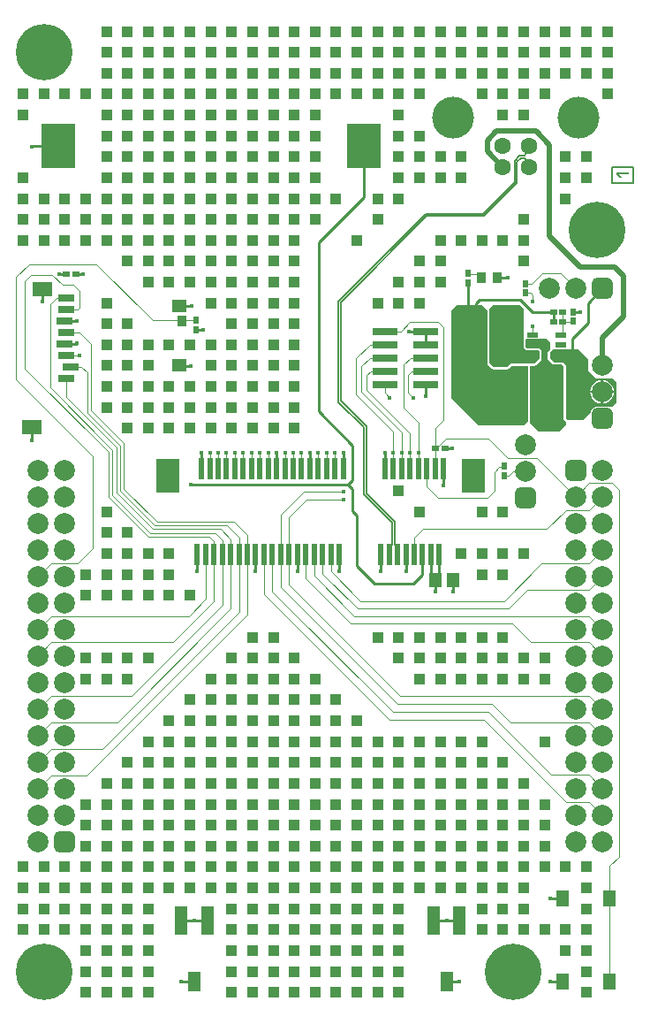
<source format=gtl>
G04*
G04 #@! TF.GenerationSoftware,Altium Limited,Altium Designer,19.0.15 (446)*
G04*
G04 Layer_Physical_Order=1*
G04 Layer_Color=255*
%FSLAX44Y44*%
%MOMM*%
G71*
G01*
G75*
%ADD10C,0.2500*%
%ADD11C,0.2000*%
%ADD13R,1.0500X0.5500*%
%ADD14R,2.5000X4.9000*%
%ADD15R,1.2000X1.4000*%
%ADD16R,0.6500X0.5500*%
%ADD17R,0.6600X0.6200*%
%ADD18R,0.5500X0.6500*%
G04:AMPARAMS|DCode=19|XSize=0.76mm|YSize=2.4mm|CornerRadius=0.19mm|HoleSize=0mm|Usage=FLASHONLY|Rotation=270.000|XOffset=0mm|YOffset=0mm|HoleType=Round|Shape=RoundedRectangle|*
%AMROUNDEDRECTD19*
21,1,0.7600,2.0200,0,0,270.0*
21,1,0.3800,2.4000,0,0,270.0*
1,1,0.3800,-1.0100,-0.1900*
1,1,0.3800,-1.0100,0.1900*
1,1,0.3800,1.0100,0.1900*
1,1,0.3800,1.0100,-0.1900*
%
%ADD19ROUNDEDRECTD19*%
%ADD20R,1.3000X1.5500*%
%ADD21R,0.9000X1.1000*%
%ADD48R,1.0000X1.0000*%
%ADD49R,1.0000X1.0000*%
%ADD50R,0.6000X2.0000*%
%ADD51R,0.9500X1.0000*%
%ADD52R,1.4000X1.3000*%
%ADD53R,1.9000X1.4000*%
%ADD54R,1.5000X0.8000*%
%ADD55R,3.2000X4.2000*%
%ADD56R,2.3000X3.2000*%
%ADD57R,1.2000X2.7000*%
%ADD58R,1.2000X1.9000*%
%ADD59C,0.1271*%
%ADD60C,0.1000*%
%ADD61C,0.5000*%
%ADD62C,5.4000*%
G04:AMPARAMS|DCode=63|XSize=2mm|YSize=2mm|CornerRadius=0.5mm|HoleSize=0mm|Usage=FLASHONLY|Rotation=90.000|XOffset=0mm|YOffset=0mm|HoleType=Round|Shape=RoundedRectangle|*
%AMROUNDEDRECTD63*
21,1,2.0000,1.0000,0,0,90.0*
21,1,1.0000,2.0000,0,0,90.0*
1,1,1.0000,0.5000,0.5000*
1,1,1.0000,0.5000,-0.5000*
1,1,1.0000,-0.5000,-0.5000*
1,1,1.0000,-0.5000,0.5000*
%
%ADD63ROUNDEDRECTD63*%
%ADD64C,2.0000*%
G04:AMPARAMS|DCode=65|XSize=2mm|YSize=2mm|CornerRadius=0.5mm|HoleSize=0mm|Usage=FLASHONLY|Rotation=180.000|XOffset=0mm|YOffset=0mm|HoleType=Round|Shape=RoundedRectangle|*
%AMROUNDEDRECTD65*
21,1,2.0000,1.0000,0,0,180.0*
21,1,1.0000,2.0000,0,0,180.0*
1,1,1.0000,-0.5000,0.5000*
1,1,1.0000,0.5000,0.5000*
1,1,1.0000,0.5000,-0.5000*
1,1,1.0000,-0.5000,-0.5000*
%
%ADD65ROUNDEDRECTD65*%
%ADD66C,4.0000*%
%ADD67C,1.6000*%
%ADD68C,0.4500*%
G36*
X500000Y674250D02*
Y637250D01*
X502500Y634750D01*
X514000Y634750D01*
X515192Y633558D01*
X515192Y626942D01*
X510250Y622000D01*
X487750Y622000D01*
X484250Y618500D01*
X471250D01*
X467000Y622750D01*
Y674100D01*
X470650Y677750D01*
X496500D01*
X500000Y674250D01*
D02*
G37*
G36*
X525000Y642500D02*
Y635384D01*
X523558Y633942D01*
X523116Y633280D01*
X522961Y632500D01*
Y627000D01*
X522961Y627000D01*
X523116Y626220D01*
X523558Y625558D01*
X523558Y625558D01*
X527558Y621558D01*
X528220Y621116D01*
X529000Y620961D01*
X536405D01*
X538211Y619155D01*
Y569500D01*
X538366Y568720D01*
X538808Y568058D01*
X538808Y568058D01*
X540250Y566616D01*
Y564000D01*
X533500Y557250D01*
X513850D01*
X505692Y565408D01*
X506134Y566070D01*
X506289Y566850D01*
X506289Y619961D01*
X507559Y619961D01*
X510250D01*
X510250Y619961D01*
X511030Y620116D01*
X511692Y620558D01*
X516634Y625500D01*
X517076Y626162D01*
X517231Y626942D01*
X517231Y633558D01*
X517076Y634338D01*
X516634Y635000D01*
X516634Y635000D01*
X515442Y636192D01*
X515442Y636192D01*
X514780Y636634D01*
X514000Y636789D01*
X503345Y636789D01*
X502039Y638095D01*
Y644827D01*
X502610Y645860D01*
X514890D01*
Y646000D01*
X521500D01*
X525000Y642500D01*
D02*
G37*
G36*
X561750Y625750D02*
Y615750D01*
X569500Y608000D01*
X584750D01*
X588750Y604000D01*
Y585000D01*
X584500Y580750D01*
X569750D01*
X569507Y580507D01*
X567702Y580148D01*
X565754Y578847D01*
X564452Y576898D01*
X564093Y575093D01*
X556750Y567750D01*
X542000D01*
X540250Y569500D01*
Y620000D01*
X537250Y623000D01*
X529000D01*
X525000Y627000D01*
Y632500D01*
X527750Y635250D01*
X552250D01*
X561750Y625750D01*
D02*
G37*
G36*
X464250Y674000D02*
X464961Y673289D01*
Y622750D01*
X465116Y621970D01*
X465558Y621308D01*
X465558Y621308D01*
X469808Y617058D01*
X470470Y616616D01*
X471250Y616461D01*
X484250D01*
X484250Y616461D01*
X485030Y616616D01*
X485692Y617058D01*
X485692Y617058D01*
X488595Y619961D01*
X504250Y619961D01*
X504250Y566850D01*
X500650Y563250D01*
X456500D01*
X430250Y589500D01*
Y672250D01*
X435750Y677750D01*
X460500D01*
X464250Y674000D01*
D02*
G37*
G36*
X601144Y802999D02*
X591103D01*
X593724Y799962D01*
X591380D01*
X588856Y802971D01*
Y805038D01*
X601144D01*
Y802999D01*
D02*
G37*
%LPC*%
G36*
X576250Y606203D02*
Y596250D01*
X586203D01*
X585980Y597942D01*
X584844Y600684D01*
X583038Y603038D01*
X580684Y604844D01*
X577942Y605980D01*
X576250Y606203D01*
D02*
G37*
G36*
X573750D02*
X572058Y605980D01*
X569316Y604844D01*
X566962Y603038D01*
X565156Y600684D01*
X564020Y597942D01*
X563797Y596250D01*
X573750D01*
Y606203D01*
D02*
G37*
G36*
X586203Y593750D02*
X576250D01*
Y583797D01*
X577942Y584020D01*
X580684Y585156D01*
X583038Y586962D01*
X584844Y589316D01*
X585980Y592058D01*
X586203Y593750D01*
D02*
G37*
G36*
X573750D02*
X563797D01*
X564020Y592058D01*
X565156Y589316D01*
X566962Y586962D01*
X569316Y585156D01*
X572058Y584020D01*
X573750Y583797D01*
Y593750D01*
D02*
G37*
%LPD*%
D10*
X303250Y738000D02*
X346500Y781250D01*
X303250Y576250D02*
Y738000D01*
Y576250D02*
X336000Y543500D01*
X406000Y640100D02*
Y652800D01*
X389750Y652750D02*
X389800Y652800D01*
X406000D01*
Y591000D02*
Y602000D01*
X415500Y404000D02*
Y415000D01*
X432500Y404000D02*
Y415000D01*
X525000Y109750D02*
X537500D01*
X525000Y30250D02*
X537500D01*
X426000Y30000D02*
X438500D01*
X171500D02*
X184000D01*
X171500Y89000D02*
X184000D01*
X196500D01*
X426000D02*
X438500D01*
X413500D02*
X426000D01*
X28250Y829750D02*
X28500Y830000D01*
X53500D01*
X28500Y548500D02*
Y561500D01*
X54600Y708000D02*
X61600D01*
X70400D02*
X77400D01*
X38500Y681000D02*
Y693000D01*
X71350Y641100D02*
X71500Y641250D01*
X59400Y641100D02*
X71350D01*
X71500Y663100D02*
X71500Y663100D01*
X59400Y663100D02*
X71500D01*
X170250Y619750D02*
X181000D01*
X170000Y620000D02*
X170250Y619750D01*
X170000Y677000D02*
X181750D01*
X186000Y654500D02*
X193000D01*
X424500Y541000D02*
X431500D01*
X554000Y671500D02*
X554000Y671500D01*
X547000Y671500D02*
X554000D01*
X484500Y704000D02*
X484500Y704000D01*
X474500Y704000D02*
X484500D01*
X496558Y683250D02*
X508808Y671000D01*
X457500Y683250D02*
X496558D01*
X508808Y671000D02*
X528600D01*
X561500Y680100D02*
X575400Y694000D01*
X561500Y661000D02*
Y680100D01*
X546250Y645750D02*
X561500Y661000D01*
X546250Y631250D02*
Y645750D01*
X528500Y662000D02*
X528550Y662050D01*
Y670950D01*
X528600Y671000D01*
X454000Y679750D02*
X457500Y683250D01*
X454000Y654000D02*
Y679750D01*
X449000Y649000D02*
X454000Y654000D01*
X447000Y651000D02*
X449000Y649000D01*
X447000Y651000D02*
Y699500D01*
X336000Y510500D02*
Y543500D01*
X331750Y506250D02*
X336000Y510500D01*
X346500Y781250D02*
Y830000D01*
X181000Y506250D02*
X331750D01*
X336000Y502000D01*
Y480750D02*
Y502000D01*
Y480750D02*
X340000Y476750D01*
Y428000D02*
Y476750D01*
Y428000D02*
X357000Y411000D01*
X394250D01*
X403000Y419750D01*
Y439000D01*
X411000Y419500D02*
Y439000D01*
Y419500D02*
X415500Y415000D01*
X419000Y418500D02*
Y439000D01*
X415500Y415000D02*
X419000Y418500D01*
X423000Y505500D02*
Y521000D01*
X367000D02*
Y536500D01*
X387000Y423500D02*
Y439000D01*
X363000Y423500D02*
Y439000D01*
X187000Y423500D02*
Y439000D01*
X323000Y423500D02*
Y439000D01*
X283000Y423500D02*
Y439000D01*
X243000Y423500D02*
Y439000D01*
X191000Y521000D02*
Y536500D01*
X327000Y521000D02*
Y536500D01*
X295000Y521000D02*
Y536500D01*
X263000Y536500D02*
X263000Y536500D01*
Y521000D02*
Y536500D01*
D11*
X585000Y810000D02*
X605000D01*
Y795000D02*
Y810000D01*
X585000Y795000D02*
X605000D01*
X585000D02*
Y810000D01*
D13*
X508750Y649500D02*
D03*
Y640000D02*
D03*
Y630500D02*
D03*
X535250D02*
D03*
Y640000D02*
D03*
Y649500D02*
D03*
D14*
X449000Y649000D02*
D03*
X485000D02*
D03*
D15*
X496500Y577000D02*
D03*
X513500D02*
D03*
X496500Y595000D02*
D03*
X513500D02*
D03*
X496500Y613000D02*
D03*
X513500D02*
D03*
X547500Y577000D02*
D03*
X530500D02*
D03*
X547500Y595000D02*
D03*
X530500D02*
D03*
X547500Y613000D02*
D03*
X530500D02*
D03*
X415500Y415000D02*
D03*
X432500D02*
D03*
D16*
X537500Y662000D02*
D03*
X528500D02*
D03*
X415500Y541000D02*
D03*
X424500D02*
D03*
D17*
X537400Y671000D02*
D03*
X528600D02*
D03*
X70400Y708000D02*
D03*
X61600D02*
D03*
D18*
X547000Y671500D02*
D03*
Y662500D02*
D03*
X502000Y698500D02*
D03*
Y689500D02*
D03*
X186000Y663500D02*
D03*
Y654500D02*
D03*
X447000Y708500D02*
D03*
Y699500D02*
D03*
X481000Y514500D02*
D03*
Y523500D02*
D03*
D19*
X406000Y602000D02*
D03*
X367000D02*
D03*
X406000Y614700D02*
D03*
X367000D02*
D03*
X406000Y627400D02*
D03*
X367000D02*
D03*
X406000Y640100D02*
D03*
X367000D02*
D03*
X406000Y652800D02*
D03*
X367000D02*
D03*
D20*
X537500Y30250D02*
D03*
Y109750D02*
D03*
X582500D02*
D03*
Y30250D02*
D03*
D21*
X459500Y704000D02*
D03*
X474500D02*
D03*
D48*
X80000Y760000D02*
D03*
X60000D02*
D03*
Y740000D02*
D03*
X80000D02*
D03*
X20000Y740000D02*
D03*
X40000D02*
D03*
X20000Y760000D02*
D03*
X40000D02*
D03*
X420000Y700000D02*
D03*
X400000Y680000D02*
D03*
X360000D02*
D03*
X380000D02*
D03*
X380000Y700000D02*
D03*
X400000Y700000D02*
D03*
Y720000D02*
D03*
X500000D02*
D03*
X420000D02*
D03*
Y740000D02*
D03*
X440000D02*
D03*
X460000D02*
D03*
X480000D02*
D03*
X500000D02*
D03*
Y760000D02*
D03*
X400000Y840000D02*
D03*
X580000Y880000D02*
D03*
X560000Y800000D02*
D03*
X540000Y780000D02*
D03*
Y800000D02*
D03*
Y820000D02*
D03*
X560000D02*
D03*
X520000Y880000D02*
D03*
X460000D02*
D03*
X480000D02*
D03*
Y860000D02*
D03*
X500000Y880000D02*
D03*
Y860000D02*
D03*
X420000Y820000D02*
D03*
Y800000D02*
D03*
X440000D02*
D03*
Y820000D02*
D03*
X400000D02*
D03*
Y800000D02*
D03*
X340000Y740000D02*
D03*
X360000Y760000D02*
D03*
Y780000D02*
D03*
X380000D02*
D03*
Y800000D02*
D03*
X300000Y760000D02*
D03*
X320000Y780000D02*
D03*
X300000D02*
D03*
Y800000D02*
D03*
Y820000D02*
D03*
X380000D02*
D03*
Y840000D02*
D03*
Y860000D02*
D03*
X300000Y840000D02*
D03*
Y860000D02*
D03*
X320000Y880000D02*
D03*
X300000D02*
D03*
X400000D02*
D03*
X340000D02*
D03*
X360000D02*
D03*
X380000D02*
D03*
X500000Y900000D02*
D03*
X520000D02*
D03*
X500000Y920000D02*
D03*
X520000D02*
D03*
X580000Y900000D02*
D03*
X560000D02*
D03*
X540000D02*
D03*
Y920000D02*
D03*
X560000D02*
D03*
X580000D02*
D03*
X540000Y940000D02*
D03*
X560000D02*
D03*
X580000D02*
D03*
X520000Y940000D02*
D03*
X500000D02*
D03*
X300000Y900000D02*
D03*
X320000D02*
D03*
X300000Y920000D02*
D03*
X320000D02*
D03*
X400000Y900000D02*
D03*
X380000D02*
D03*
X360000D02*
D03*
X340000D02*
D03*
Y920000D02*
D03*
X360000D02*
D03*
X380000D02*
D03*
X400000D02*
D03*
X480000Y900000D02*
D03*
X460000D02*
D03*
X440000D02*
D03*
X420000D02*
D03*
Y920000D02*
D03*
X440000D02*
D03*
X460000D02*
D03*
X480000D02*
D03*
X420000Y940000D02*
D03*
X440000D02*
D03*
X460000D02*
D03*
X480000D02*
D03*
X340000D02*
D03*
X360000D02*
D03*
X380000D02*
D03*
X400000D02*
D03*
X320000Y940000D02*
D03*
X300000D02*
D03*
X20000Y860000D02*
D03*
Y880000D02*
D03*
X40000D02*
D03*
X60000D02*
D03*
X80000D02*
D03*
X100000Y940000D02*
D03*
X120000D02*
D03*
X200000Y940000D02*
D03*
X180000D02*
D03*
X160000D02*
D03*
X140000D02*
D03*
X280000D02*
D03*
X260000D02*
D03*
X240000D02*
D03*
X220000D02*
D03*
X280000Y920000D02*
D03*
X260000D02*
D03*
X240000D02*
D03*
X220000D02*
D03*
Y900000D02*
D03*
X240000D02*
D03*
X260000D02*
D03*
Y880000D02*
D03*
X240000D02*
D03*
X220000D02*
D03*
Y860000D02*
D03*
X240000D02*
D03*
X260000D02*
D03*
X280000Y900000D02*
D03*
Y880000D02*
D03*
Y860000D02*
D03*
X200000Y920000D02*
D03*
X180000D02*
D03*
X160000D02*
D03*
X140000D02*
D03*
Y900000D02*
D03*
X160000D02*
D03*
X180000D02*
D03*
Y880000D02*
D03*
X160000D02*
D03*
X140000D02*
D03*
Y860000D02*
D03*
X160000D02*
D03*
X180000D02*
D03*
X200000Y900000D02*
D03*
Y880000D02*
D03*
Y860000D02*
D03*
X100000Y860000D02*
D03*
X120000D02*
D03*
X100000Y880000D02*
D03*
X120000D02*
D03*
Y920000D02*
D03*
X100000D02*
D03*
X120000Y900000D02*
D03*
X100000D02*
D03*
Y820000D02*
D03*
X120000D02*
D03*
X100000Y840000D02*
D03*
X120000D02*
D03*
Y800000D02*
D03*
X100000D02*
D03*
X20000D02*
D03*
X120000Y780000D02*
D03*
X100000D02*
D03*
X80000D02*
D03*
X60000D02*
D03*
X40000D02*
D03*
X20000D02*
D03*
X120000Y760000D02*
D03*
X100000D02*
D03*
Y740000D02*
D03*
X120000D02*
D03*
Y720000D02*
D03*
X200000Y680000D02*
D03*
Y740000D02*
D03*
X180000D02*
D03*
X160000D02*
D03*
X140000D02*
D03*
Y720000D02*
D03*
X160000D02*
D03*
X180000D02*
D03*
Y700000D02*
D03*
X160000D02*
D03*
X140000D02*
D03*
X200000Y720000D02*
D03*
Y700000D02*
D03*
X140000Y760000D02*
D03*
X160000D02*
D03*
X180000D02*
D03*
X200000D02*
D03*
Y780000D02*
D03*
Y800000D02*
D03*
Y820000D02*
D03*
X180000Y780000D02*
D03*
X160000D02*
D03*
X140000D02*
D03*
Y800000D02*
D03*
X160000D02*
D03*
X180000D02*
D03*
Y820000D02*
D03*
X160000D02*
D03*
X140000D02*
D03*
Y840000D02*
D03*
X160000D02*
D03*
X180000D02*
D03*
X200000D02*
D03*
X220000Y760000D02*
D03*
X240000D02*
D03*
X260000D02*
D03*
X280000D02*
D03*
Y780000D02*
D03*
Y800000D02*
D03*
Y820000D02*
D03*
X260000Y780000D02*
D03*
X240000D02*
D03*
X220000D02*
D03*
Y800000D02*
D03*
X240000D02*
D03*
X260000D02*
D03*
Y820000D02*
D03*
X240000D02*
D03*
X220000D02*
D03*
Y840000D02*
D03*
X240000D02*
D03*
X260000D02*
D03*
X280000D02*
D03*
X220000Y660000D02*
D03*
X240000D02*
D03*
X260000D02*
D03*
X280000D02*
D03*
Y680000D02*
D03*
Y700000D02*
D03*
Y720000D02*
D03*
X260000Y680000D02*
D03*
X240000D02*
D03*
X220000D02*
D03*
Y700000D02*
D03*
X240000D02*
D03*
X260000D02*
D03*
Y720000D02*
D03*
X240000D02*
D03*
X220000D02*
D03*
Y740000D02*
D03*
X240000D02*
D03*
X260000D02*
D03*
X280000D02*
D03*
Y640000D02*
D03*
X260000D02*
D03*
X240000D02*
D03*
X220000D02*
D03*
X200000D02*
D03*
X180000D02*
D03*
X160000D02*
D03*
X100000Y680000D02*
D03*
Y660000D02*
D03*
X120000D02*
D03*
X140000Y640000D02*
D03*
X120000D02*
D03*
X100000D02*
D03*
Y620000D02*
D03*
X120000D02*
D03*
X140000D02*
D03*
X200000D02*
D03*
X220000D02*
D03*
X240000D02*
D03*
X260000D02*
D03*
Y600000D02*
D03*
X240000D02*
D03*
X220000D02*
D03*
X200000D02*
D03*
X180000D02*
D03*
X160000D02*
D03*
X140000D02*
D03*
X120000D02*
D03*
X100000D02*
D03*
Y580000D02*
D03*
X120000D02*
D03*
X140000D02*
D03*
X160000D02*
D03*
X180000D02*
D03*
X200000D02*
D03*
X220000D02*
D03*
X240000D02*
D03*
X260000D02*
D03*
X280000Y620000D02*
D03*
Y600000D02*
D03*
Y580000D02*
D03*
Y560000D02*
D03*
X260000D02*
D03*
X240000D02*
D03*
X220000D02*
D03*
X200000D02*
D03*
X180000D02*
D03*
X160000D02*
D03*
X120000D02*
D03*
X140000D02*
D03*
X100000Y480000D02*
D03*
X120000Y460000D02*
D03*
X100000D02*
D03*
X160000Y440000D02*
D03*
X140000D02*
D03*
X120000D02*
D03*
X100000D02*
D03*
X80000Y420000D02*
D03*
X100000D02*
D03*
X120000D02*
D03*
X140000D02*
D03*
X160000D02*
D03*
X180000Y400000D02*
D03*
X160000D02*
D03*
X140000D02*
D03*
X120000D02*
D03*
X100000D02*
D03*
X80000D02*
D03*
X120000Y340000D02*
D03*
X80000Y320000D02*
D03*
Y340000D02*
D03*
X100000D02*
D03*
Y320000D02*
D03*
X120000D02*
D03*
X140000Y340000D02*
D03*
X380000Y500000D02*
D03*
X400000Y480000D02*
D03*
X480000D02*
D03*
X460000D02*
D03*
X440000Y440000D02*
D03*
X500000D02*
D03*
X460000D02*
D03*
X480000D02*
D03*
X520000Y340000D02*
D03*
X480000D02*
D03*
X460000D02*
D03*
X500000D02*
D03*
X440000D02*
D03*
X400000D02*
D03*
X420000D02*
D03*
X380000D02*
D03*
X80000Y180000D02*
D03*
Y160000D02*
D03*
Y200000D02*
D03*
X20000Y140000D02*
D03*
X60000D02*
D03*
X40000D02*
D03*
X80000D02*
D03*
X40000Y100000D02*
D03*
X60000D02*
D03*
X40000Y80000D02*
D03*
X60000D02*
D03*
X20000Y100000D02*
D03*
Y80000D02*
D03*
Y120000D02*
D03*
X60000D02*
D03*
X40000D02*
D03*
X80000D02*
D03*
X140000Y100000D02*
D03*
Y80000D02*
D03*
X100000Y100000D02*
D03*
X120000D02*
D03*
X100000Y80000D02*
D03*
X120000D02*
D03*
X80000Y100000D02*
D03*
Y80000D02*
D03*
X140000Y60000D02*
D03*
Y40000D02*
D03*
X100000Y60000D02*
D03*
X120000D02*
D03*
X100000Y40000D02*
D03*
X120000D02*
D03*
X80000Y60000D02*
D03*
Y40000D02*
D03*
Y20000D02*
D03*
X120000D02*
D03*
X100000D02*
D03*
X140000D02*
D03*
X280000D02*
D03*
X300000D02*
D03*
X240000D02*
D03*
X260000D02*
D03*
X220000D02*
D03*
X320000Y20000D02*
D03*
X360000D02*
D03*
X340000D02*
D03*
X380000D02*
D03*
Y60000D02*
D03*
Y40000D02*
D03*
X340000Y60000D02*
D03*
X360000D02*
D03*
X340000Y40000D02*
D03*
X360000D02*
D03*
X320000Y60000D02*
D03*
Y40000D02*
D03*
Y80000D02*
D03*
Y100000D02*
D03*
X360000Y80000D02*
D03*
X340000D02*
D03*
X360000Y100000D02*
D03*
X340000D02*
D03*
X380000Y80000D02*
D03*
Y100000D02*
D03*
X220000Y40000D02*
D03*
Y60000D02*
D03*
X260000Y40000D02*
D03*
X240000D02*
D03*
X260000Y60000D02*
D03*
X240000D02*
D03*
X300000Y40000D02*
D03*
X280000D02*
D03*
X300000Y60000D02*
D03*
X280000D02*
D03*
X220000Y80000D02*
D03*
Y100000D02*
D03*
X260000Y80000D02*
D03*
X240000D02*
D03*
X260000Y100000D02*
D03*
X240000D02*
D03*
X300000Y80000D02*
D03*
X280000D02*
D03*
X300000Y100000D02*
D03*
X280000D02*
D03*
X100000Y200000D02*
D03*
Y220000D02*
D03*
X140000Y200000D02*
D03*
X120000D02*
D03*
X140000Y220000D02*
D03*
X120000D02*
D03*
X180000Y200000D02*
D03*
X160000D02*
D03*
X180000Y220000D02*
D03*
X160000D02*
D03*
X100000Y160000D02*
D03*
Y180000D02*
D03*
X140000Y160000D02*
D03*
X120000D02*
D03*
X140000Y180000D02*
D03*
X120000D02*
D03*
X180000Y160000D02*
D03*
X160000D02*
D03*
X180000Y180000D02*
D03*
X160000D02*
D03*
X100000Y120000D02*
D03*
Y140000D02*
D03*
X140000Y120000D02*
D03*
X120000D02*
D03*
X140000Y140000D02*
D03*
X120000D02*
D03*
X180000Y120000D02*
D03*
X160000D02*
D03*
X180000Y140000D02*
D03*
X160000D02*
D03*
X360000Y220000D02*
D03*
Y240000D02*
D03*
X400000Y220000D02*
D03*
X380000D02*
D03*
X400000Y240000D02*
D03*
X380000D02*
D03*
X440000Y220000D02*
D03*
X420000D02*
D03*
X440000Y240000D02*
D03*
X420000D02*
D03*
D49*
X480000Y420000D02*
D03*
X460000D02*
D03*
X520000Y260000D02*
D03*
Y320000D02*
D03*
X480000Y360000D02*
D03*
X460000D02*
D03*
X460000Y320000D02*
D03*
X480000D02*
D03*
X500000D02*
D03*
X440000D02*
D03*
X420000D02*
D03*
X400000D02*
D03*
X360000Y360000D02*
D03*
X380000D02*
D03*
X400000D02*
D03*
X420000D02*
D03*
X440000D02*
D03*
X560000Y20000D02*
D03*
Y40000D02*
D03*
Y60000D02*
D03*
X540000D02*
D03*
X460000Y80000D02*
D03*
Y100000D02*
D03*
X480000D02*
D03*
Y80000D02*
D03*
X500000D02*
D03*
Y100000D02*
D03*
X520000Y80000D02*
D03*
X540000D02*
D03*
X560000D02*
D03*
Y100000D02*
D03*
Y120000D02*
D03*
Y140000D02*
D03*
X540000D02*
D03*
X520000D02*
D03*
Y160000D02*
D03*
Y180000D02*
D03*
Y200000D02*
D03*
X500000Y220000D02*
D03*
X480000D02*
D03*
X460000D02*
D03*
Y240000D02*
D03*
X480000D02*
D03*
X460000Y260000D02*
D03*
X440000D02*
D03*
X420000D02*
D03*
X400000D02*
D03*
X380000D02*
D03*
X360000D02*
D03*
X300000Y320000D02*
D03*
X280000D02*
D03*
X220000D02*
D03*
X200000D02*
D03*
X180000Y300000D02*
D03*
Y280000D02*
D03*
Y240000D02*
D03*
Y260000D02*
D03*
X160000D02*
D03*
Y240000D02*
D03*
X140000D02*
D03*
X160000Y280000D02*
D03*
X140000Y260000D02*
D03*
X120000Y240000D02*
D03*
X480000Y200000D02*
D03*
X500000D02*
D03*
X480000Y160000D02*
D03*
Y180000D02*
D03*
X500000Y160000D02*
D03*
Y180000D02*
D03*
X480000Y120000D02*
D03*
Y140000D02*
D03*
X500000Y120000D02*
D03*
Y140000D02*
D03*
X440000Y200000D02*
D03*
X460000D02*
D03*
X440000Y160000D02*
D03*
Y180000D02*
D03*
X460000Y160000D02*
D03*
Y180000D02*
D03*
X440000Y120000D02*
D03*
Y140000D02*
D03*
X460000Y120000D02*
D03*
Y140000D02*
D03*
X400000Y200000D02*
D03*
X420000D02*
D03*
X400000Y160000D02*
D03*
Y180000D02*
D03*
X420000Y160000D02*
D03*
Y180000D02*
D03*
X400000Y120000D02*
D03*
Y140000D02*
D03*
X420000Y120000D02*
D03*
Y140000D02*
D03*
X360000Y200000D02*
D03*
X380000D02*
D03*
X360000Y160000D02*
D03*
Y180000D02*
D03*
X380000Y160000D02*
D03*
Y180000D02*
D03*
X360000Y120000D02*
D03*
Y140000D02*
D03*
X380000Y120000D02*
D03*
Y140000D02*
D03*
X320000Y200000D02*
D03*
X340000D02*
D03*
X320000Y160000D02*
D03*
Y180000D02*
D03*
X340000Y160000D02*
D03*
Y180000D02*
D03*
X320000Y120000D02*
D03*
Y140000D02*
D03*
X340000Y120000D02*
D03*
Y140000D02*
D03*
X280000Y200000D02*
D03*
X300000D02*
D03*
X280000Y160000D02*
D03*
Y180000D02*
D03*
X300000Y160000D02*
D03*
Y180000D02*
D03*
X280000Y120000D02*
D03*
Y140000D02*
D03*
X300000Y120000D02*
D03*
Y140000D02*
D03*
X240000Y200000D02*
D03*
X260000D02*
D03*
X240000Y160000D02*
D03*
Y180000D02*
D03*
X260000Y160000D02*
D03*
Y180000D02*
D03*
X240000Y120000D02*
D03*
Y140000D02*
D03*
X260000Y120000D02*
D03*
Y140000D02*
D03*
X200000Y200000D02*
D03*
X220000D02*
D03*
X200000Y160000D02*
D03*
Y180000D02*
D03*
X220000Y160000D02*
D03*
Y180000D02*
D03*
X200000Y120000D02*
D03*
Y140000D02*
D03*
X220000Y120000D02*
D03*
Y140000D02*
D03*
X200000Y300000D02*
D03*
X220000D02*
D03*
X200000Y260000D02*
D03*
Y280000D02*
D03*
X220000Y260000D02*
D03*
Y280000D02*
D03*
X200000Y220000D02*
D03*
Y240000D02*
D03*
X220000Y220000D02*
D03*
Y240000D02*
D03*
X320000Y300000D02*
D03*
Y260000D02*
D03*
Y280000D02*
D03*
X340000Y260000D02*
D03*
Y280000D02*
D03*
X320000Y220000D02*
D03*
Y240000D02*
D03*
X340000Y220000D02*
D03*
Y240000D02*
D03*
X280000Y300000D02*
D03*
X300000D02*
D03*
X280000Y260000D02*
D03*
Y280000D02*
D03*
X300000Y260000D02*
D03*
Y280000D02*
D03*
X280000Y220000D02*
D03*
Y240000D02*
D03*
X300000Y220000D02*
D03*
Y240000D02*
D03*
X260000D02*
D03*
Y220000D02*
D03*
X240000Y240000D02*
D03*
Y220000D02*
D03*
X260000Y280000D02*
D03*
Y260000D02*
D03*
X240000Y280000D02*
D03*
Y260000D02*
D03*
X260000Y320000D02*
D03*
Y300000D02*
D03*
X240000Y320000D02*
D03*
Y300000D02*
D03*
X220000Y340000D02*
D03*
X240000D02*
D03*
Y360000D02*
D03*
X260000Y340000D02*
D03*
X280000D02*
D03*
X260000Y360000D02*
D03*
D50*
X371000Y439000D02*
D03*
X379000D02*
D03*
X423000Y521000D02*
D03*
X419000Y439000D02*
D03*
X415000Y521000D02*
D03*
X411000Y439000D02*
D03*
X407000Y521000D02*
D03*
X403000Y439000D02*
D03*
X399000Y521000D02*
D03*
X395000Y439000D02*
D03*
X391000Y521000D02*
D03*
X387000Y439000D02*
D03*
X383000Y521000D02*
D03*
X375000D02*
D03*
X367000D02*
D03*
X363000Y439000D02*
D03*
X327000Y521000D02*
D03*
X323000Y439000D02*
D03*
X319000Y521000D02*
D03*
X315000Y439000D02*
D03*
X311000Y521000D02*
D03*
X307000Y439000D02*
D03*
X303000Y521000D02*
D03*
X299000Y439000D02*
D03*
X295000Y521000D02*
D03*
X291000Y439000D02*
D03*
X287000Y521000D02*
D03*
X283000Y439000D02*
D03*
X279000Y521000D02*
D03*
X275000Y439000D02*
D03*
X271000Y521000D02*
D03*
X267000Y439000D02*
D03*
X263000Y521000D02*
D03*
X259000Y439000D02*
D03*
X255000Y521000D02*
D03*
X251000Y439000D02*
D03*
X247000Y521000D02*
D03*
X243000Y439000D02*
D03*
X239000Y521000D02*
D03*
X235000Y439000D02*
D03*
X231000Y521000D02*
D03*
X227000Y439000D02*
D03*
X223000Y521000D02*
D03*
X219000Y439000D02*
D03*
X215000Y521000D02*
D03*
X211000Y439000D02*
D03*
X207000Y521000D02*
D03*
X203000Y439000D02*
D03*
X199000Y521000D02*
D03*
X195000Y439000D02*
D03*
X191000Y521000D02*
D03*
X187000Y439000D02*
D03*
D51*
X172250Y663100D02*
D03*
D52*
X170000Y620000D02*
D03*
Y677000D02*
D03*
D53*
X28500Y561500D02*
D03*
X38500Y693000D02*
D03*
D54*
X61400Y685100D02*
D03*
Y674100D02*
D03*
X59400Y663100D02*
D03*
X61400Y652100D02*
D03*
X59400Y641100D02*
D03*
X61400Y630100D02*
D03*
X65400Y619100D02*
D03*
X61400Y608100D02*
D03*
D55*
X53500Y830000D02*
D03*
X346500D02*
D03*
D56*
X451500Y515000D02*
D03*
X158500D02*
D03*
D57*
X438500Y89000D02*
D03*
X413500D02*
D03*
X196500D02*
D03*
X171500D02*
D03*
D58*
X426000Y30000D02*
D03*
X184000D02*
D03*
D59*
X502082Y815089D02*
X507171Y810000D01*
X502082Y815089D02*
Y817591D01*
X500808Y818865D02*
X502082Y817591D01*
X497115Y818865D02*
X500808D01*
X493521Y815271D02*
X497115Y818865D01*
X493521Y794809D02*
Y815271D01*
X461940Y763229D02*
X493521Y794809D01*
X502082Y827182D02*
X504900Y830000D01*
X502082Y822409D02*
Y827182D01*
X500808Y821135D02*
X502082Y822409D01*
X496174Y821135D02*
X500808D01*
X491250Y816211D02*
X496174Y821135D01*
X491250Y795750D02*
Y816211D01*
X461000Y765500D02*
X491250Y795750D01*
X407229Y763229D02*
X461940D01*
X406289Y765500D02*
X461000D01*
X324500Y680500D02*
X407229Y763229D01*
X322229Y681441D02*
X406289Y765500D01*
X324500Y586211D02*
Y680500D01*
X322229Y585271D02*
Y681441D01*
X324500Y586211D02*
X349000Y561711D01*
X322229Y585271D02*
X346729Y560771D01*
Y496521D02*
Y560771D01*
X349000Y497461D02*
Y561711D01*
Y497461D02*
X376135Y470326D01*
X346729Y496521D02*
X373865Y469385D01*
Y448865D02*
Y469385D01*
X376135Y448865D02*
Y470326D01*
Y448865D02*
X379000Y446000D01*
Y439000D02*
Y446000D01*
X371000D02*
X373865Y448865D01*
X371000Y439000D02*
Y446000D01*
D60*
X484500Y531750D02*
X512850D01*
X466000Y550250D02*
X484500Y531750D01*
X425250Y550250D02*
X466000D01*
X512850Y531750D02*
X550000Y494600D01*
X416000Y541000D02*
X425250Y550250D01*
X415500Y541000D02*
X416000D01*
X550000Y494600D02*
X562900Y507500D01*
X585000D01*
X591250Y501250D01*
Y149750D02*
Y501250D01*
X582500Y141000D02*
X591250Y149750D01*
X582500Y109750D02*
Y141000D01*
X144000Y663500D02*
X186000D01*
X90250Y717250D02*
X144000Y663500D01*
X25750Y717250D02*
X90250D01*
X13250Y704750D02*
X25750Y717250D01*
X13250Y606500D02*
Y704750D01*
Y606500D02*
X86500Y533250D01*
Y445000D02*
Y533250D01*
X72500Y431000D02*
X86500Y445000D01*
X47200Y431000D02*
X72500D01*
X34600Y418400D02*
X47200Y431000D01*
X508750Y681000D02*
Y687500D01*
X403250Y463500D02*
X522000D01*
X540250Y481750D01*
X395000Y455250D02*
X403250Y463500D01*
X506750Y689500D02*
X508750Y687500D01*
X502000Y689500D02*
X506750D01*
X508750Y657692D02*
X508808Y657750D01*
X508750Y649500D02*
Y657692D01*
X455500Y708000D02*
X459500Y704000D01*
X447500Y708000D02*
X455500D01*
X447000Y708500D02*
X447500Y708000D01*
X535500Y708500D02*
X550000Y694000D01*
X517750Y708500D02*
X535500D01*
X507750Y698500D02*
X517750Y708500D01*
X502000Y698500D02*
X507750D01*
X535250Y649500D02*
X537500Y651750D01*
Y662000D01*
X537500Y662000D01*
X546500D02*
X547000Y662500D01*
X537500Y662000D02*
X546500D01*
X537400Y671000D02*
X537500Y670900D01*
Y662000D02*
Y670900D01*
X34600Y367600D02*
X47250Y380250D01*
X178750D01*
X195000Y396500D01*
Y439000D01*
X21750Y617250D02*
Y701000D01*
Y617250D02*
X101750Y537250D01*
X21750Y701000D02*
X27750Y707000D01*
X48250D01*
X68250Y697250D02*
X74250Y691250D01*
X58000Y697250D02*
X68250D01*
X48250Y707000D02*
X58000Y697250D01*
X74100Y630100D02*
X74150D01*
X61400D02*
X74100D01*
X74250Y675750D02*
Y691250D01*
X72600Y674100D02*
X74250Y675750D01*
X61400Y674100D02*
X72600D01*
X101750Y494000D02*
Y537250D01*
Y494000D02*
X139750Y456000D01*
X198750D01*
X203000Y451750D01*
Y439000D02*
Y451750D01*
X61400Y652100D02*
X73900D01*
X85250Y640750D01*
Y577000D02*
Y640750D01*
Y577000D02*
X116750Y545500D01*
Y502250D02*
Y545500D01*
Y502250D02*
X148250Y470750D01*
X222250D01*
X235000Y458000D01*
Y439000D02*
Y458000D01*
X65400Y619100D02*
X75900D01*
X81500Y613500D01*
Y575000D02*
Y613500D01*
Y575000D02*
X113000Y543500D01*
Y500250D02*
Y543500D01*
Y500250D02*
X146250Y467000D01*
X215500D01*
X227000Y455500D01*
Y439000D02*
Y455500D01*
X219000Y439000D02*
Y454000D01*
X209500Y463500D02*
X219000Y454000D01*
X144250Y463500D02*
X209500D01*
X109500Y498250D02*
Y541750D01*
X61400Y589850D02*
X109500Y541750D01*
X61400Y589850D02*
Y608100D01*
X105750Y496000D02*
Y539500D01*
X109500Y498250D02*
X144250Y463500D01*
X204250Y459750D02*
X211000Y453000D01*
X142000Y459750D02*
X204250D01*
X105750Y496000D02*
X142000Y459750D01*
X51850Y685100D02*
X61400D01*
X45750Y679000D02*
X51850Y685100D01*
X45750Y599500D02*
Y679000D01*
Y599500D02*
X105750Y539500D01*
X211000Y439000D02*
Y453000D01*
X490000Y518750D02*
X501750D01*
X485750Y514500D02*
X490000Y518750D01*
X481000Y514500D02*
X485750D01*
X501750Y518750D02*
X502000Y519000D01*
X476500Y523000D02*
X481000D01*
X471750Y518250D02*
X476500Y523000D01*
X481000D02*
Y523500D01*
X471750Y500250D02*
Y518250D01*
X465000Y493500D02*
X471750Y500250D01*
X418000Y493500D02*
X465000D01*
X407000Y504500D02*
X418000Y493500D01*
X407000Y504500D02*
Y521000D01*
X292000Y491750D02*
X327000D01*
X275000Y474750D02*
X292000Y491750D01*
X275000Y439000D02*
Y474750D01*
X289000Y499250D02*
X327000D01*
X267000Y477250D02*
X289000Y499250D01*
X267000Y439000D02*
Y477250D01*
X391000Y661750D02*
X418250D01*
X382050Y652800D02*
X391000Y661750D01*
X367000Y652800D02*
X382050D01*
X418250Y661750D02*
X423000Y657000D01*
Y568000D02*
Y657000D01*
X415500Y560500D02*
X423000Y568000D01*
X415500Y541000D02*
Y560500D01*
X389000Y594500D02*
X394000Y589500D01*
X389000Y594500D02*
Y611200D01*
X392500Y614700D01*
X406000D01*
X367000Y593750D02*
X371500Y589250D01*
X367000Y593750D02*
Y602000D01*
X385000Y621000D02*
X391400Y627400D01*
X406000D01*
X385000Y579750D02*
Y621000D01*
Y579750D02*
X399000Y565750D01*
Y536500D02*
Y565750D01*
X391000Y536500D02*
Y555250D01*
X349521Y596729D02*
X391000Y555250D01*
X349521Y596729D02*
Y610771D01*
X353450Y614700D01*
X367000D01*
X344500Y619250D02*
X352650Y627400D01*
X367000D01*
X344500Y594750D02*
Y619250D01*
Y594750D02*
X383000Y556250D01*
Y536500D02*
Y556250D01*
X339521Y627021D02*
X352600Y640100D01*
X367000D01*
X339521Y592729D02*
Y627021D01*
Y592729D02*
X375000Y557250D01*
Y536500D02*
Y557250D01*
X540250Y481750D02*
X562550D01*
X575400Y494600D01*
X395000Y439000D02*
Y455250D01*
X399000Y521000D02*
Y536500D01*
X415000Y540500D02*
X415500Y541000D01*
X415000Y521000D02*
Y540500D01*
X391000Y521000D02*
Y536500D01*
X383000Y521000D02*
Y536500D01*
X375000Y521000D02*
Y536500D01*
X319000Y521000D02*
Y536500D01*
X311000Y521000D02*
Y536500D01*
X303000Y521000D02*
Y536500D01*
X287000Y521000D02*
Y536500D01*
X279000Y521000D02*
Y536500D01*
X271000Y521000D02*
Y536500D01*
X255000Y521000D02*
Y536500D01*
X247000Y521000D02*
Y536500D01*
X239000Y521000D02*
Y536500D01*
X231000Y521000D02*
Y536500D01*
X223000Y521000D02*
Y536500D01*
X215000Y521000D02*
Y536500D01*
X207000Y521000D02*
Y536500D01*
X199000Y536500D02*
X199000Y536500D01*
Y521000D02*
Y536500D01*
X487250Y278500D02*
X562900D01*
X469750Y296000D02*
X487250Y278500D01*
X378500Y296000D02*
X469750D01*
X526250Y228000D02*
X562600D01*
X466000Y288250D02*
X526250Y228000D01*
X374750Y288250D02*
X466000D01*
X462000Y281250D02*
X540750Y202500D01*
X371250Y281250D02*
X462000D01*
X582500Y30250D02*
Y109750D01*
X562700Y202500D02*
X575400Y189800D01*
X540750Y202500D02*
X562700D01*
X251000Y401500D02*
X371250Y281250D01*
X251000Y401500D02*
Y439000D01*
X562600Y228000D02*
X575400Y215200D01*
X259000Y404000D02*
X374750Y288250D01*
X259000Y404000D02*
Y439000D01*
X562900Y278500D02*
X575400Y266000D01*
X267000Y407500D02*
X378500Y296000D01*
X267000Y407500D02*
Y439000D01*
X562800Y304000D02*
X575400Y291400D01*
X381500Y304000D02*
X562800D01*
X275000Y410500D02*
X381500Y304000D01*
X275000Y410500D02*
Y439000D01*
X562600Y355000D02*
X575400Y342200D01*
X507150Y355000D02*
X562600D01*
X488900Y373250D02*
X507150Y355000D01*
X333750Y373250D02*
X488900D01*
X291000Y416000D02*
X333750Y373250D01*
X291000Y416000D02*
Y439000D01*
X562750Y380250D02*
X575400Y367600D01*
X337250Y380250D02*
X562750D01*
X299000Y418500D02*
X337250Y380250D01*
X299000Y418500D02*
Y439000D01*
X503500Y405500D02*
X562500D01*
X575400Y418400D01*
X485250Y387250D02*
X503500Y405500D01*
X340750Y387250D02*
X485250D01*
X307000Y421000D02*
X340750Y387250D01*
X307000Y421000D02*
Y439000D01*
X517250Y431000D02*
X562600D01*
X575400Y443800D01*
X481000Y394750D02*
X517250Y431000D01*
X343750Y394750D02*
X481000D01*
X315000Y423500D02*
X343750Y394750D01*
X315000Y423500D02*
Y439000D01*
X34600Y215200D02*
X47150Y227750D01*
X81000D01*
X235000Y381750D01*
Y439000D01*
X34600Y240600D02*
X47250Y253250D01*
X95750D01*
X227000Y384500D01*
Y439000D01*
X34600Y266000D02*
X47350Y278750D01*
X110250D01*
X219000Y387500D01*
Y439000D01*
X34600Y291400D02*
X47200Y304000D01*
X124250D01*
X211000Y390750D01*
Y439000D01*
X34600Y342200D02*
X47400Y355000D01*
X163750D01*
X203000Y394250D01*
Y439000D01*
D61*
X524600Y743900D02*
Y831476D01*
X511576Y844500D02*
X524600Y831476D01*
X473750Y844500D02*
X511576D01*
X464961Y835711D02*
X473750Y844500D01*
X464961Y824939D02*
Y835711D01*
Y824939D02*
X479900Y810000D01*
X524600Y743900D02*
X554000Y714500D01*
X587250D01*
X595500Y706250D01*
Y667250D02*
Y706250D01*
X575000Y646750D02*
X595500Y667250D01*
X575000Y620400D02*
Y646750D01*
D62*
X570000Y750000D02*
D03*
X490000Y40000D02*
D03*
X40000D02*
D03*
Y920000D02*
D03*
D63*
X575000Y569600D02*
D03*
X550000Y520000D02*
D03*
X60000Y164400D02*
D03*
X502000Y493600D02*
D03*
D64*
X575000Y595000D02*
D03*
Y620400D02*
D03*
X550000Y694000D02*
D03*
X524600D02*
D03*
X550000Y266000D02*
D03*
X575400D02*
D03*
X550000Y240600D02*
D03*
X575400D02*
D03*
X550000Y215200D02*
D03*
X575400D02*
D03*
X550000Y189800D02*
D03*
X575400D02*
D03*
X550000Y164400D02*
D03*
X575400D02*
D03*
Y291400D02*
D03*
X550000D02*
D03*
X575400Y316800D02*
D03*
X550000D02*
D03*
X575400Y342200D02*
D03*
X550000D02*
D03*
X575400Y367600D02*
D03*
X550000D02*
D03*
X575400Y393000D02*
D03*
X550000D02*
D03*
X575400Y418400D02*
D03*
X550000D02*
D03*
X575400Y443800D02*
D03*
X550000D02*
D03*
X575400Y469200D02*
D03*
X550000D02*
D03*
X575400Y494600D02*
D03*
X550000D02*
D03*
X575400Y520000D02*
D03*
X60000Y418400D02*
D03*
X34600D02*
D03*
X60000Y443800D02*
D03*
X34600D02*
D03*
X60000Y469200D02*
D03*
X34600D02*
D03*
X60000Y494600D02*
D03*
X34600D02*
D03*
X60000Y520000D02*
D03*
X34600D02*
D03*
Y393000D02*
D03*
X60000D02*
D03*
X34600Y367600D02*
D03*
X60000D02*
D03*
X34600Y342200D02*
D03*
X60000D02*
D03*
X34600Y316800D02*
D03*
X60000D02*
D03*
X34600Y291400D02*
D03*
X60000D02*
D03*
X34600Y266000D02*
D03*
X60000D02*
D03*
X34600Y240600D02*
D03*
X60000D02*
D03*
X34600Y215200D02*
D03*
X60000D02*
D03*
X34600Y189800D02*
D03*
X60000D02*
D03*
X34600Y164400D02*
D03*
X502000Y519000D02*
D03*
Y544400D02*
D03*
D65*
X575400Y694000D02*
D03*
D66*
X432200Y857100D02*
D03*
X552600D02*
D03*
D67*
X480000Y830000D02*
D03*
X504900D02*
D03*
Y810000D02*
D03*
X479900D02*
D03*
D68*
X389750Y652750D02*
D03*
X406000Y591000D02*
D03*
X415500Y404000D02*
D03*
X432500D02*
D03*
X525000Y109750D02*
D03*
Y30250D02*
D03*
X438500Y30000D02*
D03*
X171500D02*
D03*
X184000Y89000D02*
D03*
X426000D02*
D03*
X28250Y829750D02*
D03*
X28500Y548500D02*
D03*
X54600Y708000D02*
D03*
X77400Y708000D02*
D03*
X38500Y681000D02*
D03*
X71500Y641250D02*
D03*
Y663100D02*
D03*
X181000Y619750D02*
D03*
X181750Y677000D02*
D03*
X193000Y654500D02*
D03*
X431500Y541000D02*
D03*
X554000Y671500D02*
D03*
X484500Y704000D02*
D03*
X508750Y681000D02*
D03*
X440000Y620000D02*
D03*
X450000D02*
D03*
X460000D02*
D03*
X480000Y610000D02*
D03*
Y600000D02*
D03*
Y590000D02*
D03*
Y580000D02*
D03*
Y570000D02*
D03*
X470000D02*
D03*
X460000D02*
D03*
X470000Y580000D02*
D03*
Y590000D02*
D03*
X460000D02*
D03*
X470000Y600000D02*
D03*
X460000D02*
D03*
X450000D02*
D03*
X460000Y580000D02*
D03*
X450000D02*
D03*
Y590000D02*
D03*
X440000D02*
D03*
Y600000D02*
D03*
Y610000D02*
D03*
X450000D02*
D03*
X460000D02*
D03*
X470000D02*
D03*
X533250Y562750D02*
D03*
X512500Y566250D02*
D03*
X525750Y562750D02*
D03*
X518250D02*
D03*
X522000Y622000D02*
D03*
X522000Y613000D02*
D03*
Y568000D02*
D03*
Y577000D02*
D03*
Y595000D02*
D03*
Y586000D02*
D03*
X522000Y604000D02*
D03*
X508808Y657750D02*
D03*
X74100Y630100D02*
D03*
X181000Y506250D02*
D03*
X327000Y491750D02*
D03*
Y499250D02*
D03*
X394000Y589500D02*
D03*
X371500Y589250D02*
D03*
X423000Y505500D02*
D03*
X367000Y536500D02*
D03*
X387000Y423500D02*
D03*
X363000D02*
D03*
X187000D02*
D03*
X323000D02*
D03*
X283000D02*
D03*
X243000D02*
D03*
X191000Y536500D02*
D03*
X327000D02*
D03*
X295000D02*
D03*
X263000D02*
D03*
X399000D02*
D03*
X391000D02*
D03*
X383000D02*
D03*
X375000D02*
D03*
X319000D02*
D03*
X311000D02*
D03*
X303000D02*
D03*
X287000D02*
D03*
X279000D02*
D03*
X271000D02*
D03*
X255000D02*
D03*
X247000D02*
D03*
X239000D02*
D03*
X231000D02*
D03*
X223000D02*
D03*
X215000D02*
D03*
X207000D02*
D03*
X199000D02*
D03*
M02*

</source>
